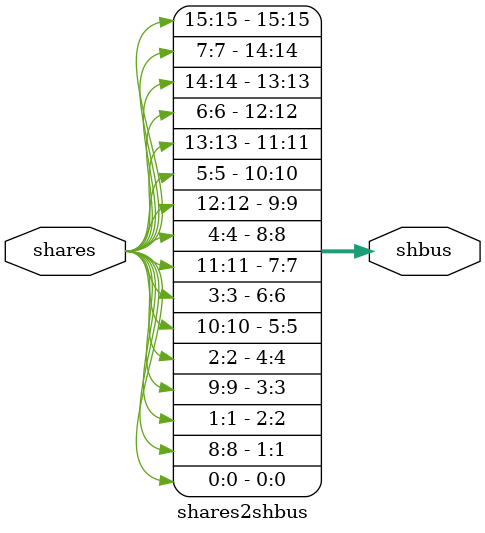
<source format=v>

module shares2shbus
#
(
    parameter d = 2,
    parameter count = 8
)
(
    shares,
    shbus
);

// IOs
input [d*count-1:0] shares;
output [d*count-1:0] shbus;

genvar i,j;
generate
for(i=0;i<count;i=i+1) begin: bit_wiring
    for(j=0;j<d;j=j+1) begin: share_wiring
        assign shbus[d*i + j] = shares[count*j + i];
    end
end
endgenerate


endmodule

</source>
